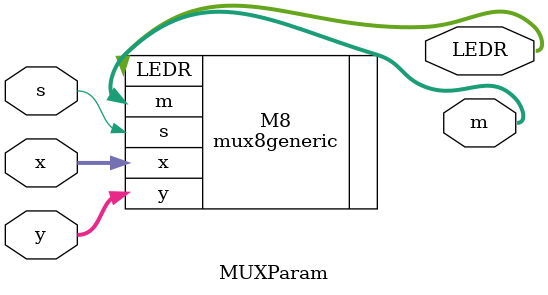
<source format=v>
module MUXParam(
input wire [7:0] x,				//make 8 inputs for x since we are doing an 8 line mux
input wire [7:0] y,				//make 8 inputs for y since we are doing an 8 line mux
input wire s,						//make s an input for our select
output wire [7:0] m,				//make 8 outputs for m since we are doing an 8 line mux
output wire [9:4] LEDR			//turn off unused LEDS
);

mux8generic #(

	.N(8))							//set the parameter
	
M8 (.LEDR(LEDR),					//make all the necessary connections to mux8generic
	.x(x),
	.y(y),
	.s(s),
	.m(m)
	
);

endmodule
</source>
